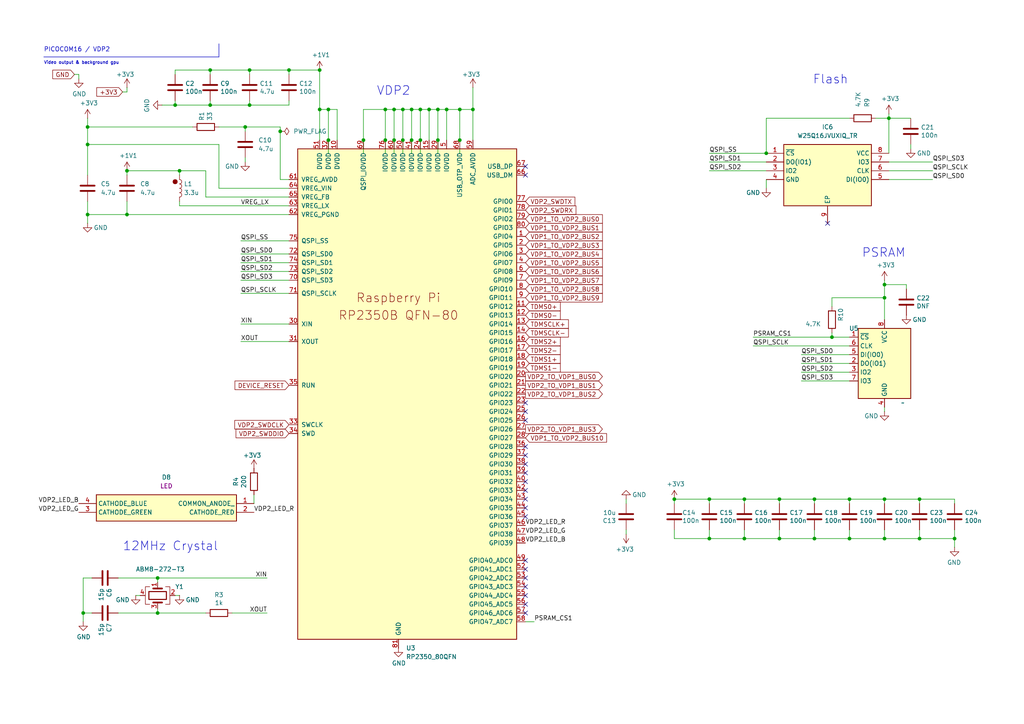
<source format=kicad_sch>
(kicad_sch (version 20231120) (generator "eeschema") (generator_version "8.0")
  (paper "A4")
  (lib_symbols
    (symbol "Device:C" (pin_numbers hide) (pin_names (offset 0.254))
      (property "Reference" "C" (at 0.635 2.54 0))
      (property "Value" "C" (at 0.635 -2.54 0))
      (symbol "C_0_1"
        (polyline (pts (xy -2.032 -0.762) (xy 2.032 -0.762)) (stroke (width 0.508)))
        (polyline (pts (xy -2.032 0.762) (xy 2.032 0.762)) (stroke (width 0.508)))
      )
      (symbol "C_1_1"
        (pin passive line (at 0 3.81 270) (length 2.794) (name "~") (number "1"))
        (pin passive line (at 0 -3.81 90) (length 2.794) (name "~") (number "2"))
      )
    )
    (symbol "Device:Crystal_GND24" (pin_names (offset 1.016) hide)
      (property "Reference" "Y" (at 3.175 5.08 0))
      (property "Value" "Crystal_GND24" (at 3.175 3.175 0))
      (symbol "Crystal_GND24_0_1"
        (rectangle (start -1.143 2.54) (end 1.143 -2.54) (stroke (width 0.3048)))
        (polyline (pts (xy -2.54 0) (xy -2.032 0)))
        (polyline (pts (xy -2.032 -1.27) (xy -2.032 1.27)) (stroke (width 0.508)))
        (polyline (pts (xy 0 -3.81) (xy 0 -3.556)))
        (polyline (pts (xy 0 3.556) (xy 0 3.81)))
        (polyline (pts (xy 2.032 -1.27) (xy 2.032 1.27)) (stroke (width 0.508)))
        (polyline (pts (xy 2.032 0) (xy 2.54 0)))
        (polyline (pts (xy -2.54 -2.286) (xy -2.54 -3.556) (xy 2.54 -3.556) (xy 2.54 -2.286)))
        (polyline (pts (xy -2.54 2.286) (xy -2.54 3.556) (xy 2.54 3.556) (xy 2.54 2.286)))
      )
      (symbol "Crystal_GND24_1_1"
        (pin passive line (at -3.81 0 0) (length 1.27) (name "1") (number "1"))
        (pin passive line (at 0 5.08 270) (length 1.27) (name "2") (number "2"))
        (pin passive line (at 3.81 0 180) (length 1.27) (name "3") (number "3"))
        (pin passive line (at 0 -5.08 90) (length 1.27) (name "4") (number "4"))
      )
    )
    (symbol "Device:L" (pin_numbers hide) (pin_names (offset 1.016) hide)
      (property "Reference" "L" (at -1.27 0 90))
      (property "Value" "L" (at 1.905 0 90))
      (symbol "L_0_1"
        (arc (start 0 -2.54) (mid 0.6323 -1.905) (end 0 -1.27))
        (arc (start 0 -1.27) (mid 0.6323 -0.635) (end 0 0))
        (arc (start 0 0) (mid 0.6323 0.635) (end 0 1.27))
        (arc (start 0 1.27) (mid 0.6323 1.905) (end 0 2.54))
      )
      (symbol "L_1_1"
        (pin passive line (at 0 3.81 270) (length 1.27) (name "1") (number "1"))
        (pin passive line (at 0 -3.81 90) (length 1.27) (name "2") (number "2"))
      )
    )
    (symbol "Device:R" (pin_numbers hide) (pin_names (offset 0))
      (property "Reference" "R" (at 2.032 0 90))
      (property "Value" "R" (at 0 0 90))
      (symbol "R_0_1"
        (rectangle (start -1.016 -2.54) (end 1.016 2.54) (stroke (width 0.254)))
      )
      (symbol "R_1_1"
        (pin passive line (at 0 3.81 270) (length 1.27) (name "~") (number "1"))
        (pin passive line (at 0 -3.81 90) (length 1.27) (name "~") (number "2"))
      )
    )
    (symbol "LRTBR48G-P9Q7-1+R7S5-26+NP-68:LRTBR48G-P9Q7-1+R7S5-26+NP-68"
      (property "Reference" "LED" (at 46.99 7.62 0))
      (property "Value" "LRTBR48G-P9Q7-1+R7S5-26+NP-68" (at 46.99 5.08 0))
      (symbol "LRTBR48G-P9Q7-1+R7S5-26+NP-68_1_1"
        (rectangle (start 5.08 2.54) (end 45.72 -5.08) (stroke (width 0.254)) (fill (type background)))
        (pin passive line (at 50.8 0 180) (length 5.08) (name "COMMON_ANODE_") (number "1"))
        (pin passive line (at 50.8 -2.54 180) (length 5.08) (name "CATHODE_RED") (number "2"))
        (pin passive line (at 0 -2.54 0) (length 5.08) (name "CATHODE_GREEN") (number "3"))
        (pin passive line (at 0 0 0) (length 5.08) (name "CATHODE_BLUE") (number "4"))
      )
    )
    (symbol "MCU_RaspberryPi_RP2350_2:RP2350_80QFN" (pin_names (offset 1.016))
      (property "Reference" "U" (at -29.21 49.53 0))
      (property "Value" "RP2350_80QFN" (at 25.4 -96.52 0))
      (symbol "RP2350_80QFN_0_0"
        (text "Raspberry Pi" (at 0 5.08 0) (effects (font (size 2.54 2.54))))
      )
      (symbol "RP2350_80QFN_0_1"
        (rectangle (start -29.21 48.26) (end 34.29 -93.98) (stroke (width 0.254)) (fill (type background)))
      )
      (symbol "RP2350_80QFN_1_0"
        (text "RP2350B QFN-80" (at 0 0 0) (effects (font (size 2.54 2.54))))
      )
      (symbol "RP2350_80QFN_1_1"
        (pin bidirectional line (at 36.83 22.86 180) (length 2.54) (name "GPIO4") (number "1"))
        (pin power_in line (at -17.78 50.8 270) (length 2.54) (name "DVDD") (number "10"))
        (pin bidirectional line (at 36.83 2.54 180) (length 2.54) (name "GPIO12") (number "11"))
        (pin bidirectional line (at 36.83 0 180) (length 2.54) (name "GPIO13") (number "12"))
        (pin bidirectional line (at 36.83 -2.54 180) (length 2.54) (name "GPIO14") (number "13"))
        (pin bidirectional line (at 36.83 -5.08 180) (length 2.54) (name "GPIO15") (number "14"))
        (pin power_in line (at 8.89 50.8 270) (length 2.54) (name "IOVDD") (number "15"))
        (pin bidirectional line (at 36.83 -7.62 180) (length 2.54) (name "GPIO16") (number "16"))
        (pin bidirectional line (at 36.83 -10.16 180) (length 2.54) (name "GPIO17") (number "17"))
        (pin bidirectional line (at 36.83 -12.7 180) (length 2.54) (name "GPIO18") (number "18"))
        (pin bidirectional line (at 36.83 -15.24 180) (length 2.54) (name "GPIO19") (number "19"))
        (pin bidirectional line (at 36.83 20.32 180) (length 2.54) (name "GPIO5") (number "2"))
        (pin bidirectional line (at 36.83 -17.78 180) (length 2.54) (name "GPIO20") (number "20"))
        (pin bidirectional line (at 36.83 -20.32 180) (length 2.54) (name "GPIO21") (number "21"))
        (pin bidirectional line (at 36.83 -22.86 180) (length 2.54) (name "GPIO22") (number "22"))
        (pin bidirectional line (at 36.83 -25.4 180) (length 2.54) (name "GPIO23") (number "23"))
        (pin power_in line (at 6.35 50.8 270) (length 2.54) (name "IOVDD") (number "24"))
        (pin bidirectional line (at 36.83 -27.94 180) (length 2.54) (name "GPIO24") (number "25"))
        (pin bidirectional line (at 36.83 -30.48 180) (length 2.54) (name "GPIO25") (number "26"))
        (pin bidirectional line (at 36.83 -33.02 180) (length 2.54) (name "GPIO26") (number "27"))
        (pin bidirectional line (at 36.83 -35.56 180) (length 2.54) (name "GPIO27") (number "28"))
        (pin power_in line (at 11.43 50.8 270) (length 2.54) (name "IOVDD") (number "29"))
        (pin bidirectional line (at 36.83 17.78 180) (length 2.54) (name "GPIO6") (number "3"))
        (pin input line (at -31.75 -2.54 0) (length 2.54) (name "XIN") (number "30"))
        (pin passive line (at -31.75 -7.62 0) (length 2.54) (name "XOUT") (number "31"))
        (pin power_in line (at -20.32 50.8 270) (length 2.54) (name "DVDD") (number "32"))
        (pin output line (at -31.75 -31.75 0) (length 2.54) (name "SWCLK") (number "33"))
        (pin bidirectional line (at -31.75 -34.29 0) (length 2.54) (name "SWD") (number "34"))
        (pin input line (at -31.75 -20.32 0) (length 2.54) (name "RUN") (number "35"))
        (pin bidirectional line (at 36.83 -38.1 180) (length 2.54) (name "GPIO28") (number "36"))
        (pin bidirectional line (at 36.83 -40.64 180) (length 2.54) (name "GPIO29") (number "37"))
        (pin bidirectional line (at 36.83 -43.18 180) (length 2.54) (name "GPIO30") (number "38"))
        (pin bidirectional line (at 36.83 -45.72 180) (length 2.54) (name "GPIO31") (number "39"))
        (pin bidirectional line (at 36.83 15.24 180) (length 2.54) (name "GPIO7") (number "4"))
        (pin bidirectional line (at 36.83 -48.26 180) (length 2.54) (name "GPIO32") (number "40"))
        (pin power_in line (at 3.81 50.8 270) (length 2.54) (name "IOVDD") (number "41"))
        (pin bidirectional line (at 36.83 -50.8 180) (length 2.54) (name "GPIO33") (number "42"))
        (pin bidirectional line (at 36.83 -53.34 180) (length 2.54) (name "GPIO34") (number "43"))
        (pin bidirectional line (at 36.83 -55.88 180) (length 2.54) (name "GPIO35") (number "44"))
        (pin bidirectional line (at 36.83 -58.42 180) (length 2.54) (name "GPIO36") (number "45"))
        (pin bidirectional line (at 36.83 -60.96 180) (length 2.54) (name "GPIO37") (number "46"))
        (pin bidirectional line (at 36.83 -63.5 180) (length 2.54) (name "GPIO38") (number "47"))
        (pin bidirectional line (at 36.83 -66.04 180) (length 2.54) (name "GPIO39") (number "48"))
        (pin bidirectional line (at 36.83 -71.12 180) (length 2.54) (name "GPIO40_ADC0") (number "49"))
        (pin power_in line (at 13.97 50.8 270) (length 2.54) (name "IOVDD") (number "5"))
        (pin power_in line (at 1.27 50.8 270) (length 2.54) (name "IOVDD") (number "50"))
        (pin power_in line (at -22.86 50.8 270) (length 2.54) (name "DVDD") (number "51"))
        (pin bidirectional line (at 36.83 -73.66 180) (length 2.54) (name "GPIO41_ADC1") (number "52"))
        (pin bidirectional line (at 36.83 -76.2 180) (length 2.54) (name "GPIO42_ADC2") (number "53"))
        (pin bidirectional line (at 36.83 -78.74 180) (length 2.54) (name "GPIO43_ADC3") (number "54"))
        (pin bidirectional line (at 36.83 -81.28 180) (length 2.54) (name "GPIO44_ADC4") (number "55"))
        (pin bidirectional line (at 36.83 -83.82 180) (length 2.54) (name "GPIO45_ADC5") (number "56"))
        (pin bidirectional line (at 36.83 -86.36 180) (length 2.54) (name "GPIO46_ADC6") (number "57"))
        (pin bidirectional line (at 36.83 -88.9 180) (length 2.54) (name "GPIO47_ADC7") (number "58"))
        (pin power_in line (at 21.59 50.8 270) (length 2.54) (name "ADC_AVDD") (number "59"))
        (pin bidirectional line (at 36.83 12.7 180) (length 2.54) (name "GPIO8") (number "6"))
        (pin power_in line (at -1.27 50.8 270) (length 2.54) (name "IOVDD") (number "60"))
        (pin power_in line (at -31.75 39.37 0) (length 2.54) (name "VREG_AVDD") (number "61"))
        (pin power_in line (at -31.75 29.21 0) (length 2.54) (name "VREG_PGND") (number "62"))
        (pin power_out line (at -31.75 31.75 0) (length 2.54) (name "VREG_LX") (number "63"))
        (pin power_in line (at -31.75 36.83 0) (length 2.54) (name "VREG_VIN") (number "64"))
        (pin input line (at -31.75 34.29 0) (length 2.54) (name "VREG_FB") (number "65"))
        (pin bidirectional line (at 36.83 40.64 180) (length 2.54) (name "USB_DM") (number "66"))
        (pin bidirectional line (at 36.83 43.18 180) (length 2.54) (name "USB_DP") (number "67"))
        (pin power_in line (at 17.78 50.8 270) (length 2.54) (name "USB_OTP_VDD") (number "68"))
        (pin power_in line (at -10.16 50.8 270) (length 2.54) (name "QSPI_IOVDD") (number "69"))
        (pin bidirectional line (at 36.83 10.16 180) (length 2.54) (name "GPIO9") (number "7"))
        (pin bidirectional line (at -31.75 10.16 0) (length 2.54) (name "QSPI_SD3") (number "70"))
        (pin output line (at -31.75 6.35 0) (length 2.54) (name "QSPI_SCLK") (number "71"))
        (pin bidirectional line (at -31.75 17.78 0) (length 2.54) (name "QSPI_SD0") (number "72"))
        (pin bidirectional line (at -31.75 12.7 0) (length 2.54) (name "QSPI_SD2") (number "73"))
        (pin bidirectional line (at -31.75 15.24 0) (length 2.54) (name "QSPI_SD1") (number "74"))
        (pin bidirectional line (at -31.75 21.59 0) (length 2.54) (name "QSPI_SS") (number "75"))
        (pin power_in line (at -3.81 50.8 270) (length 2.54) (name "IOVDD") (number "76"))
        (pin bidirectional line (at 36.83 33.02 180) (length 2.54) (name "GPIO0") (number "77"))
        (pin bidirectional line (at 36.83 30.48 180) (length 2.54) (name "GPIO1") (number "78"))
        (pin bidirectional line (at 36.83 27.94 180) (length 2.54) (name "GPIO2") (number "79"))
        (pin bidirectional line (at 36.83 7.62 180) (length 2.54) (name "GPIO10") (number "8"))
        (pin bidirectional line (at 36.83 25.4 180) (length 2.54) (name "GPIO3") (number "80"))
        (pin power_in line (at 0 -96.52 90) (length 2.54) (name "GND") (number "81"))
        (pin bidirectional line (at 36.83 5.08 180) (length 2.54) (name "GPIO11") (number "9"))
      )
    )
    (symbol "Memory_Flash:W25Q128JVS"
      (property "Reference" "U" (at -6.35 11.43 0))
      (property "Value" "W25Q128JVS" (at 7.62 11.43 0))
      (symbol "W25Q128JVS_0_1"
        (rectangle (start -7.62 10.16) (end 7.62 -10.16) (stroke (width 0.254)) (fill (type background)))
      )
      (symbol "W25Q128JVS_1_1"
        (pin input line (at -10.16 7.62 0) (length 2.54) (name "~{CS}") (number "1"))
        (pin bidirectional line (at -10.16 0 0) (length 2.54) (name "DO(IO1)") (number "2"))
        (pin bidirectional line (at -10.16 -2.54 0) (length 2.54) (name "IO2") (number "3"))
        (pin power_in line (at 0 -12.7 90) (length 2.54) (name "GND") (number "4"))
        (pin bidirectional line (at -10.16 2.54 0) (length 2.54) (name "DI(IO0)") (number "5"))
        (pin input line (at -10.16 5.08 0) (length 2.54) (name "CLK") (number "6"))
        (pin bidirectional line (at -10.16 -5.08 0) (length 2.54) (name "IO3") (number "7"))
        (pin power_in line (at 0 12.7 270) (length 2.54) (name "VCC") (number "8"))
      )
    )
    (symbol "W25Q16JVUXIQ_TR:W25Q16JVUXIQ_TR"
      (property "Reference" "IC" (at 31.75 7.62 0))
      (property "Value" "W25Q16JVUXIQ_TR" (at 31.75 5.08 0))
      (symbol "W25Q16JVUXIQ_TR_1_1"
        (rectangle (start 5.08 2.54) (end 30.48 -15.24) (stroke (width 0.254)) (fill (type background)))
        (pin passive line (at 0 0 0) (length 5.08) (name "~{CS}") (number "1"))
        (pin passive line (at 0 -2.54 0) (length 5.08) (name "DO(IO1)") (number "2"))
        (pin passive line (at 0 -5.08 0) (length 5.08) (name "IO2") (number "3"))
        (pin passive line (at 0 -7.62 0) (length 5.08) (name "GND") (number "4"))
        (pin passive line (at 35.56 -7.62 180) (length 5.08) (name "DI(IO0)") (number "5"))
        (pin passive line (at 35.56 -5.08 180) (length 5.08) (name "CLK") (number "6"))
        (pin passive line (at 35.56 -2.54 180) (length 5.08) (name "IO3") (number "7"))
        (pin passive line (at 35.56 0 180) (length 5.08) (name "VCC") (number "8"))
        (pin passive line (at 17.78 -20.32 90) (length 5.08) (name "EP") (number "9"))
      )
    )
    (symbol "power:+1V1" (power) (pin_numbers hide) (pin_names (offset 0) hide)
      (property "Value" "+1V1" (at 0 3.556 0))
      (symbol "+1V1_0_1"
        (polyline (pts (xy -0.762 1.27) (xy 0 2.54)))
        (polyline (pts (xy 0 0) (xy 0 2.54)))
        (polyline (pts (xy 0 2.54) (xy 0.762 1.27)))
      )
      (symbol "+1V1_1_1"
        (pin power_in line (at 0 0 90) (length 0) (name "~") (number "1"))
      )
    )
    (symbol "power:+3V3" (power) (pin_numbers hide) (pin_names (offset 0) hide)
      (property "Value" "+3V3" (at 0 3.556 0))
      (symbol "+3V3_0_1"
        (polyline (pts (xy -0.762 1.27) (xy 0 2.54)))
        (polyline (pts (xy 0 0) (xy 0 2.54)))
        (polyline (pts (xy 0 2.54) (xy 0.762 1.27)))
      )
      (symbol "+3V3_1_1"
        (pin power_in line (at 0 0 90) (length 0) (name "~") (number "1"))
      )
    )
    (symbol "power:GND" (power) (pin_numbers hide) (pin_names (offset 0) hide)
      (property "Value" "GND" (at 0 -3.81 0))
      (symbol "GND_0_1"
        (polyline (pts (xy 0 0) (xy 0 -1.27) (xy 1.27 -1.27) (xy 0 -2.54) (xy -1.27 -1.27) (xy 0 -1.27)))
      )
      (symbol "GND_1_1"
        (pin power_in line (at 0 0 270) (length 0) (name "~") (number "1"))
      )
    )
    (symbol "power:PWR_FLAG" (power) (pin_numbers hide) (pin_names (offset 0) hide)
      (property "Value" "PWR_FLAG" (at 0 3.81 0))
      (symbol "PWR_FLAG_0_0"
        (pin power_out line (at 0 0 90) (length 0) (name "~") (number "1"))
      )
      (symbol "PWR_FLAG_0_1"
        (polyline (pts (xy 0 0) (xy 0 1.27) (xy -1.016 1.905) (xy 0 2.54) (xy 1.016 1.905) (xy 0 1.27)))
      )
    )
  )
  (junction (at 116.84 40.64))
  (junction (at 92.71 31.75))
  (junction (at 60.96 30.48))
  (junction (at 95.25 40.64))
  (junction (at 236.22 144.78))
  (junction (at 24.13 177.8))
  (junction (at 129.54 31.75))
  (junction (at 105.41 40.64))
  (junction (at 83.82 20.32))
  (junction (at 52.07 49.53))
  (junction (at 25.4 36.83))
  (junction (at 95.25 31.75))
  (junction (at 111.76 31.75))
  (junction (at 127 40.64))
  (junction (at 45.72 167.64))
  (junction (at 257.81 34.29))
  (junction (at 127 31.75))
  (junction (at 205.74 156.21))
  (junction (at 119.38 31.75))
  (junction (at 205.74 144.78))
  (junction (at 266.7 144.78))
  (junction (at 276.86 156.21))
  (junction (at 256.54 156.21))
  (junction (at 256.54 82.55))
  (junction (at 215.9 144.78))
  (junction (at 121.92 40.64))
  (junction (at 226.06 156.21))
  (junction (at 236.22 156.21))
  (junction (at 133.35 31.75))
  (junction (at 111.76 40.64))
  (junction (at 256.54 144.78))
  (junction (at 119.38 40.64))
  (junction (at 116.84 31.75))
  (junction (at 72.39 30.48))
  (junction (at 72.39 20.32))
  (junction (at 121.92 31.75))
  (junction (at 246.38 156.21))
  (junction (at 36.83 62.23))
  (junction (at 133.35 40.64))
  (junction (at 137.16 31.75))
  (junction (at 215.9 156.21))
  (junction (at 25.4 41.91))
  (junction (at 226.06 144.78))
  (junction (at 25.4 62.23))
  (junction (at 241.3 97.79))
  (junction (at 50.8 30.48))
  (junction (at 195.58 144.78))
  (junction (at 266.7 156.21))
  (junction (at 71.12 36.83))
  (junction (at 246.38 144.78))
  (junction (at 124.46 31.75))
  (junction (at 256.54 86.36))
  (junction (at 45.72 177.8))
  (junction (at 114.3 40.64))
  (junction (at 60.96 20.32))
  (junction (at 36.83 49.53))
  (junction (at 92.71 20.32))
  (junction (at 222.25 44.45))
  (junction (at 114.3 31.75))
  (junction (at 81.28 38.1))
  (no_connect (at 152.4 170.18))
  (no_connect (at 152.4 177.8))
  (no_connect (at 152.4 129.54))
  (no_connect (at 152.4 121.92))
  (no_connect (at 240.03 64.77))
  (no_connect (at 152.4 48.26))
  (no_connect (at 152.4 134.62))
  (no_connect (at 152.4 165.1))
  (no_connect (at 152.4 172.72))
  (no_connect (at 152.4 162.56))
  (no_connect (at 152.4 149.86))
  (no_connect (at 152.4 50.8))
  (no_connect (at 152.4 175.26))
  (no_connect (at 152.4 167.64))
  (no_connect (at 152.4 119.38))
  (no_connect (at 152.4 137.16))
  (no_connect (at 152.4 142.24))
  (no_connect (at 152.4 116.84))
  (no_connect (at 152.4 139.7))
  (no_connect (at 152.4 147.32))
  (no_connect (at 152.4 144.78))
  (no_connect (at 152.4 132.08))
  (wire (pts (xy 116.84 40.64) (xy 116.84 44.45)))
  (wire (pts (xy 25.4 62.23) (xy 25.4 64.77)))
  (wire (pts (xy 226.06 156.21) (xy 236.22 156.21)))
  (wire (pts (xy 119.38 31.75) (xy 121.92 31.75)))
  (wire (pts (xy 83.82 30.48) (xy 83.82 29.21)))
  (wire (pts (xy 226.06 144.78) (xy 236.22 144.78)))
  (wire (pts (xy 105.41 31.75) (xy 111.76 31.75)))
  (wire (pts (xy 97.79 31.75) (xy 97.79 40.64)))
  (wire (pts (xy 50.8 21.59) (xy 50.8 20.32)))
  (wire (pts (xy 276.86 156.21) (xy 276.86 158.75)))
  (wire (pts (xy 92.71 31.75) (xy 92.71 40.64)))
  (wire (pts (xy 127 31.75) (xy 127 40.64)))
  (wire (pts (xy 52.07 59.69) (xy 52.07 58.42)))
  (wire (pts (xy 195.58 144.78) (xy 205.74 144.78)))
  (wire (pts (xy 50.8 20.32) (xy 60.96 20.32)))
  (wire (pts (xy 114.3 31.75) (xy 114.3 40.64)))
  (wire (pts (xy 26.67 177.8) (xy 24.13 177.8)))
  (wire (pts (xy 34.29 167.64) (xy 45.72 167.64)))
  (wire (pts (xy 218.44 97.79) (xy 241.3 97.79)))
  (wire (pts (xy 95.25 31.75) (xy 92.71 31.75)))
  (wire (pts (xy 67.31 177.8) (xy 77.47 177.8)))
  (wire (pts (xy 205.74 144.78) (xy 215.9 144.78)))
  (wire (pts (xy 232.41 107.95) (xy 246.38 107.95)))
  (wire (pts (xy 256.54 82.55) (xy 256.54 86.36)))
  (wire (pts (xy 264.16 34.29) (xy 257.81 34.29)))
  (wire (pts (xy 129.54 31.75) (xy 129.54 40.64)))
  (wire (pts (xy 270.51 52.07) (xy 257.81 52.07)))
  (wire (pts (xy 137.16 25.4) (xy 137.16 31.75)))
  (wire (pts (xy 256.54 146.05) (xy 256.54 144.78)))
  (wire (pts (xy 22.86 21.59) (xy 21.59 21.59)))
  (wire (pts (xy 45.72 167.64) (xy 77.47 167.64)))
  (wire (pts (xy 119.38 31.75) (xy 119.38 40.64)))
  (wire (pts (xy 69.85 73.66) (xy 83.82 73.66)))
  (wire (pts (xy 246.38 34.29) (xy 222.25 34.29)))
  (wire (pts (xy 60.96 30.48) (xy 72.39 30.48)))
  (wire (pts (xy 22.86 21.59) (xy 22.86 22.86)))
  (wire (pts (xy 25.4 41.91) (xy 25.4 50.8)))
  (wire (pts (xy 73.66 143.51) (xy 73.66 146.05)))
  (wire (pts (xy 121.92 31.75) (xy 121.92 40.64)))
  (wire (pts (xy 36.83 50.8) (xy 36.83 49.53)))
  (wire (pts (xy 254 34.29) (xy 257.81 34.29)))
  (wire (pts (xy 256.54 144.78) (xy 266.7 144.78)))
  (wire (pts (xy 124.46 31.75) (xy 127 31.75)))
  (wire (pts (xy 246.38 146.05) (xy 246.38 144.78)))
  (wire (pts (xy 114.3 40.64) (xy 114.3 44.45)))
  (wire (pts (xy 46.99 30.48) (xy 50.8 30.48)))
  (wire (pts (xy 246.38 156.21) (xy 256.54 156.21)))
  (wire (pts (xy 270.51 46.99) (xy 257.81 46.99)))
  (wire (pts (xy 71.12 36.83) (xy 71.12 38.1)))
  (wire (pts (xy 266.7 156.21) (xy 276.86 156.21)))
  (wire (pts (xy 133.35 31.75) (xy 133.35 40.64)))
  (wire (pts (xy 111.76 40.64) (xy 111.76 44.45)))
  (wire (pts (xy 52.07 59.69) (xy 83.82 59.69)))
  (wire (pts (xy 116.84 31.75) (xy 119.38 31.75)))
  (wire (pts (xy 72.39 30.48) (xy 83.82 30.48)))
  (wire (pts (xy 236.22 144.78) (xy 246.38 144.78)))
  (wire (pts (xy 195.58 153.67) (xy 195.58 156.21)))
  (wire (pts (xy 50.8 30.48) (xy 60.96 30.48)))
  (wire (pts (xy 24.13 167.64) (xy 24.13 177.8)))
  (wire (pts (xy 276.86 146.05) (xy 276.86 144.78)))
  (wire (pts (xy 127 40.64) (xy 127 44.45)))
  (wire (pts (xy 59.69 57.15) (xy 59.69 49.53)))
  (wire (pts (xy 92.71 20.32) (xy 92.71 31.75)))
  (wire (pts (xy 129.54 31.75) (xy 133.35 31.75)))
  (wire (pts (xy 137.16 31.75) (xy 137.16 40.64)))
  (wire (pts (xy 226.06 153.67) (xy 226.06 156.21)))
  (wire (pts (xy 226.06 146.05) (xy 226.06 144.78)))
  (wire (pts (xy 69.85 93.98) (xy 83.82 93.98)))
  (wire (pts (xy 81.28 52.07) (xy 83.82 52.07)))
  (wire (pts (xy 52.07 49.53) (xy 52.07 50.8)))
  (wire (pts (xy 266.7 144.78) (xy 276.86 144.78)))
  (wire (pts (xy 262.89 82.55) (xy 256.54 82.55)))
  (wire (pts (xy 121.92 31.75) (xy 124.46 31.75)))
  (wire (pts (xy 25.4 36.83) (xy 55.88 36.83)))
  (wire (pts (xy 256.54 153.67) (xy 256.54 156.21)))
  (wire (pts (xy 69.85 81.28) (xy 83.82 81.28)))
  (wire (pts (xy 205.74 153.67) (xy 205.74 156.21)))
  (wire (pts (xy 236.22 156.21) (xy 246.38 156.21)))
  (wire (pts (xy 154.94 180.34) (xy 152.4 180.34)))
  (wire (pts (xy 83.82 21.59) (xy 83.82 20.32)))
  (wire (pts (xy 25.4 36.83) (xy 25.4 41.91)))
  (wire (pts (xy 181.61 146.05) (xy 181.61 144.78)))
  (wire (pts (xy 119.38 40.64) (xy 119.38 44.45)))
  (wire (pts (xy 270.51 49.53) (xy 257.81 49.53)))
  (polyline (pts (xy 63.5 12.7) (xy 63.5 16.51)))
  (wire (pts (xy 205.74 46.99) (xy 222.25 46.99)))
  (wire (pts (xy 241.3 88.9) (xy 241.3 86.36)))
  (wire (pts (xy 36.83 25.4) (xy 36.83 26.67)))
  (wire (pts (xy 95.25 31.75) (xy 97.79 31.75)))
  (wire (pts (xy 241.3 96.52) (xy 241.3 97.79)))
  (wire (pts (xy 59.69 49.53) (xy 52.07 49.53)))
  (wire (pts (xy 257.81 33.02) (xy 257.81 34.29)))
  (wire (pts (xy 50.8 29.21) (xy 50.8 30.48)))
  (wire (pts (xy 60.96 21.59) (xy 60.96 20.32)))
  (wire (pts (xy 60.96 29.21) (xy 60.96 30.48)))
  (wire (pts (xy 257.81 34.29) (xy 257.81 44.45)))
  (wire (pts (xy 256.54 156.21) (xy 266.7 156.21)))
  (wire (pts (xy 111.76 31.75) (xy 114.3 31.75)))
  (wire (pts (xy 63.5 54.61) (xy 83.82 54.61)))
  (wire (pts (xy 36.83 58.42) (xy 36.83 62.23)))
  (wire (pts (xy 232.41 105.41) (xy 246.38 105.41)))
  (polyline (pts (xy 12.7 16.51) (xy 63.5 16.51)))
  (wire (pts (xy 205.74 146.05) (xy 205.74 144.78)))
  (wire (pts (xy 36.83 26.67) (xy 35.56 26.67)))
  (wire (pts (xy 256.54 86.36) (xy 256.54 92.71)))
  (wire (pts (xy 215.9 153.67) (xy 215.9 156.21)))
  (wire (pts (xy 236.22 146.05) (xy 236.22 144.78)))
  (wire (pts (xy 34.29 177.8) (xy 45.72 177.8)))
  (wire (pts (xy 72.39 29.21) (xy 72.39 30.48)))
  (wire (pts (xy 215.9 146.05) (xy 215.9 144.78)))
  (wire (pts (xy 205.74 156.21) (xy 195.58 156.21)))
  (wire (pts (xy 256.54 81.28) (xy 256.54 82.55)))
  (wire (pts (xy 236.22 153.67) (xy 236.22 156.21)))
  (wire (pts (xy 205.74 49.53) (xy 222.25 49.53)))
  (wire (pts (xy 241.3 86.36) (xy 256.54 86.36)))
  (wire (pts (xy 256.54 119.38) (xy 256.54 118.11)))
  (wire (pts (xy 95.25 40.64) (xy 95.25 44.45)))
  (wire (pts (xy 45.72 177.8) (xy 59.69 177.8)))
  (wire (pts (xy 246.38 144.78) (xy 256.54 144.78)))
  (wire (pts (xy 36.83 62.23) (xy 83.82 62.23)))
  (wire (pts (xy 36.83 49.53) (xy 52.07 49.53)))
  (wire (pts (xy 71.12 46.99) (xy 71.12 45.72)))
  (wire (pts (xy 63.5 41.91) (xy 63.5 54.61)))
  (wire (pts (xy 133.35 31.75) (xy 137.16 31.75)))
  (wire (pts (xy 60.96 20.32) (xy 72.39 20.32)))
  (wire (pts (xy 266.7 146.05) (xy 266.7 144.78)))
  (wire (pts (xy 83.82 57.15) (xy 59.69 57.15)))
  (wire (pts (xy 83.82 20.32) (xy 92.71 20.32)))
  (wire (pts (xy 105.41 31.75) (xy 105.41 40.64)))
  (wire (pts (xy 50.8 172.72) (xy 52.07 172.72)))
  (wire (pts (xy 81.28 38.1) (xy 81.28 52.07)))
  (wire (pts (xy 63.5 36.83) (xy 71.12 36.83)))
  (wire (pts (xy 83.82 85.09) (xy 69.85 85.09)))
  (wire (pts (xy 205.74 156.21) (xy 215.9 156.21)))
  (wire (pts (xy 69.85 78.74) (xy 83.82 78.74)))
  (wire (pts (xy 264.16 41.91) (xy 264.16 43.18)))
  (wire (pts (xy 72.39 21.59) (xy 72.39 20.32)))
  (wire (pts (xy 246.38 153.67) (xy 246.38 156.21)))
  (wire (pts (xy 72.39 20.32) (xy 83.82 20.32)))
  (wire (pts (xy 111.76 31.75) (xy 111.76 40.64)))
  (wire (pts (xy 133.35 40.64) (xy 133.35 44.45)))
  (wire (pts (xy 71.12 36.83) (xy 81.28 36.83)))
  (wire (pts (xy 25.4 62.23) (xy 36.83 62.23)))
  (wire (pts (xy 276.86 153.67) (xy 276.86 156.21)))
  (wire (pts (xy 69.85 76.2) (xy 83.82 76.2)))
  (wire (pts (xy 262.89 83.82) (xy 262.89 82.55)))
  (wire (pts (xy 25.4 41.91) (xy 63.5 41.91)))
  (wire (pts (xy 121.92 40.64) (xy 121.92 44.45)))
  (wire (pts (xy 124.46 31.75) (xy 124.46 40.64)))
  (wire (pts (xy 266.7 153.67) (xy 266.7 156.21)))
  (wire (pts (xy 232.41 102.87) (xy 246.38 102.87)))
  (wire (pts (xy 246.38 110.49) (xy 232.41 110.49)))
  (wire (pts (xy 181.61 154.94) (xy 181.61 153.67)))
  (wire (pts (xy 218.44 100.33) (xy 246.38 100.33)))
  (wire (pts (xy 81.28 36.83) (xy 81.28 38.1)))
  (wire (pts (xy 95.25 31.75) (xy 95.25 40.64)))
  (wire (pts (xy 127 31.75) (xy 129.54 31.75)))
  (wire (pts (xy 26.67 167.64) (xy 24.13 167.64)))
  (wire (pts (xy 39.37 172.72) (xy 40.64 172.72)))
  (wire (pts (xy 45.72 176.53) (xy 45.72 177.8)))
  (wire (pts (xy 105.41 40.64) (xy 105.41 44.45)))
  (wire (pts (xy 24.13 177.8) (xy 24.13 180.34)))
  (wire (pts (xy 222.25 54.61) (xy 222.25 52.07)))
  (wire (pts (xy 215.9 156.21) (xy 226.06 156.21)))
  (wire (pts (xy 205.74 44.45) (xy 222.25 44.45)))
  (wire (pts (xy 45.72 168.91) (xy 45.72 167.64)))
  (wire (pts (xy 25.4 34.29) (xy 25.4 36.83)))
  (wire (pts (xy 25.4 58.42) (xy 25.4 62.23)))
  (wire (pts (xy 215.9 144.78) (xy 226.06 144.78)))
  (wire (pts (xy 241.3 97.79) (xy 246.38 97.79)))
  (wire (pts (xy 83.82 99.06) (xy 69.85 99.06)))
  (wire (pts (xy 116.84 31.75) (xy 116.84 40.64)))
  (wire (pts (xy 222.25 34.29) (xy 222.25 44.45)))
  (wire (pts (xy 195.58 146.05) (xy 195.58 144.78)))
  (wire (pts (xy 114.3 31.75) (xy 116.84 31.75)))
  (wire (pts (xy 69.85 69.85) (xy 83.82 69.85)))
  (circle (center 50.8 52.705) (radius 0.635) (stroke (width 0) (color 132 0 0 1)) (fill (type color) (color 132 0 0 1)))
  (text "PSRAM" (at 249.936 74.93 0) (effects (font (size 2.54 2.54)) (justify left bottom)))
  (text "Flash" (at 235.712 24.638 0) (effects (font (size 2.54 2.54)) (justify left bottom)))
  (text "VDP2" (at 109.22 27.94 0) (effects (font (size 2.54 2.54)) (justify left bottom)))
  (text "12MHz Crystal" (at 35.56 160.02 0) (effects (font (size 2.54 2.54)) (justify left bottom)))
  (text "PICOCOM16 / VDP2" (at 12.7 14.478 0) (effects (font (size 1.27 1.27)) (justify left)))
  (text "Video output & background gpu" (at 12.7 18.288 0) (effects (font (size 0.889 0.889)) (justify left)))
  (label "XIN" (at 69.85 93.98 0))
  (label "XOUT" (at 69.85 99.06 0))
  (label "QSPI_SD0" (at 232.41 102.87 0))
  (label "QSPI_SD2" (at 232.41 107.95 0))
  (label "PSRAM_CS1" (at 154.94 180.34 0))
  (label "VDP2_LED_B" (at 22.86 146.05 180))
  (label "QSPI_SD1" (at 232.41 105.41 0))
  (label "QSPI_SD2" (at 69.85 78.74 0))
  (label "QSPI_SD0" (at 270.51 52.07 0))
  (label "QSPI_SD3" (at 232.41 110.49 0))
  (label "VDP2_LED_R" (at 152.4 152.4 0))
  (label "QSPI_SD3" (at 69.85 81.28 0))
  (label "VDP2_LED_B" (at 152.4 157.48 0))
  (label "QSPI_SCLK" (at 218.44 100.33 0))
  (label "QSPI_SD0" (at 69.85 73.66 0))
  (label "VDP2_LED_R" (at 73.66 148.59 0))
  (label "VREG_LX" (at 69.85 59.69 0))
  (label "QSPI_SCLK" (at 270.51 49.53 0))
  (label "QSPI_SD2" (at 205.74 49.53 0))
  (label "QSPI_SD3" (at 270.51 46.99 0))
  (label "QSPI_SD1" (at 69.85 76.2 0))
  (label "QSPI_SD1" (at 205.74 46.99 0))
  (label "VDP2_LED_G" (at 22.86 148.59 180))
  (label "PSRAM_CS1" (at 218.44 97.79 0))
  (label "XIN" (at 77.47 167.64 180))
  (label "XOUT" (at 77.47 177.8 180))
  (label "QSPI_SS" (at 69.85 69.85 0))
  (label "QSPI_SCLK" (at 69.85 85.09 0))
  (label "QSPI_SS" (at 205.74 44.45 0))
  (label "VDP2_LED_G" (at 152.4 154.94 0))
  (global_label "+3V3" (shape input) (at 35.56 26.67 180) (property "Intersheetrefs" "${INTERSHEET_REFS}" (effects (hide yes))))
  (global_label "VDP1_TO_VDP2_BUS9" (shape input) (at 152.4 86.36 0) (property "Intersheetrefs" "${INTERSHEET_REFS}" (effects (hide yes))))
  (global_label "VDP2_TO_VDP1_BUS0" (shape output) (at 152.4 109.22 0) (property "Intersheetrefs" "${INTERSHEET_REFS}" (effects (hide yes))))
  (global_label "TDMS2-" (shape input) (at 152.4 101.6 0) (property "Intersheetrefs" "${INTERSHEET_REFS}" (effects (hide yes))))
  (global_label "VDP1_TO_VDP2_BUS0" (shape input) (at 152.4 63.5 0) (property "Intersheetrefs" "${INTERSHEET_REFS}" (effects (hide yes))))
  (global_label "VDP1_TO_VDP2_BUS4" (shape input) (at 152.4 73.66 0) (property "Intersheetrefs" "${INTERSHEET_REFS}" (effects (hide yes))))
  (global_label "VDP1_TO_VDP2_BUS1" (shape input) (at 152.4 66.04 0) (property "Intersheetrefs" "${INTERSHEET_REFS}" (effects (hide yes))))
  (global_label "VDP2_TO_VDP1_BUS2" (shape output) (at 152.4 114.3 0) (property "Intersheetrefs" "${INTERSHEET_REFS}" (effects (hide yes))))
  (global_label "TDMS2+" (shape input) (at 152.4 99.06 0) (property "Intersheetrefs" "${INTERSHEET_REFS}" (effects (hide yes))))
  (global_label "GND" (shape input) (at 21.59 21.59 180) (property "Intersheetrefs" "${INTERSHEET_REFS}" (effects (hide yes))))
  (global_label "VDP2_SWDCLK" (shape input) (at 83.82 123.19 180) (property "Intersheetrefs" "${INTERSHEET_REFS}" (effects (hide yes))))
  (global_label "VDP1_TO_VDP2_BUS10" (shape input) (at 152.4 127 0) (property "Intersheetrefs" "${INTERSHEET_REFS}" (effects (hide yes))))
  (global_label "VDP1_TO_VDP2_BUS8" (shape input) (at 152.4 83.82 0) (property "Intersheetrefs" "${INTERSHEET_REFS}" (effects (hide yes))))
  (global_label "VDP1_TO_VDP2_BUS2" (shape input) (at 152.4 68.58 0) (property "Intersheetrefs" "${INTERSHEET_REFS}" (effects (hide yes))))
  (global_label "VDP1_TO_VDP2_BUS5" (shape input) (at 152.4 76.2 0) (property "Intersheetrefs" "${INTERSHEET_REFS}" (effects (hide yes))))
  (global_label "TDMS0-" (shape input) (at 152.4 91.44 0) (property "Intersheetrefs" "${INTERSHEET_REFS}" (effects (hide yes))))
  (global_label "TDMS0+" (shape input) (at 152.4 88.9 0) (property "Intersheetrefs" "${INTERSHEET_REFS}" (effects (hide yes))))
  (global_label "VDP2_TO_VDP1_BUS3" (shape output) (at 152.4 124.46 0) (property "Intersheetrefs" "${INTERSHEET_REFS}" (effects (hide yes))))
  (global_label "VDP1_TO_VDP2_BUS3" (shape input) (at 152.4 71.12 0) (property "Intersheetrefs" "${INTERSHEET_REFS}" (effects (hide yes))))
  (global_label "VDP1_TO_VDP2_BUS6" (shape input) (at 152.4 78.74 0) (property "Intersheetrefs" "${INTERSHEET_REFS}" (effects (hide yes))))
  (global_label "VDP2_SWDRX" (shape input) (at 152.4 60.96 0) (property "Intersheetrefs" "${INTERSHEET_REFS}" (effects (hide yes))))
  (global_label "VDP1_TO_VDP2_BUS7" (shape input) (at 152.4 81.28 0) (property "Intersheetrefs" "${INTERSHEET_REFS}" (effects (hide yes))))
  (global_label "TDMS1-" (shape input) (at 152.4 106.68 0) (property "Intersheetrefs" "${INTERSHEET_REFS}" (effects (hide yes))))
  (global_label "VDP2_SWDTX" (shape input) (at 152.4 58.42 0) (property "Intersheetrefs" "${INTERSHEET_REFS}" (effects (hide yes))))
  (global_label "TDMS1+" (shape input) (at 152.4 104.14 0) (property "Intersheetrefs" "${INTERSHEET_REFS}" (effects (hide yes))))
  (global_label "DEVICE_RESET" (shape input) (at 83.82 111.76 180) (property "Intersheetrefs" "${INTERSHEET_REFS}" (effects (hide yes))))
  (global_label "VDP2_TO_VDP1_BUS1" (shape output) (at 152.4 111.76 0) (property "Intersheetrefs" "${INTERSHEET_REFS}" (effects (hide yes))))
  (global_label "TDMSCLK-" (shape input) (at 152.4 96.52 0) (property "Intersheetrefs" "${INTERSHEET_REFS}" (effects (hide yes))))
  (global_label "VDP2_SWDDIO" (shape input) (at 83.82 125.73 180) (property "Intersheetrefs" "${INTERSHEET_REFS}" (effects (hide yes))))
  (global_label "TDMSCLK+" (shape input) (at 152.4 93.98 0) (property "Intersheetrefs" "${INTERSHEET_REFS}" (effects (hide yes))))
  (symbol (lib_id "Device:C") (at 60.96 25.4 0) (unit 1)
    (property "Reference" "C9" (at 63.881 24.2316 0) (effects (justify left)))
    (property "Value" "100n" (at 63.881 26.543 0) (effects (justify left)))
    (property "Footprint" "Capacitor_SMD:C_0402_1005Metric" (effects (hide yes)))
    (property "Description" "Unpolarized capacitor" (effects (hide yes)))
  )
  (symbol (lib_id "Device:R") (at 73.66 139.7 0) (unit 1)
    (property "Reference" "R4" (at 68.4022 139.7 90))
    (property "Value" "200" (at 70.7136 139.7 90))
    (property "Footprint" "Resistor_SMD:R_0402_1005Metric" (effects (hide yes)))
    (property "Description" "Resistor" (effects (hide yes)))
  )
  (symbol (lib_id "Device:C") (at 264.16 38.1 0) (unit 1)
    (property "Reference" "C21" (at 267.081 36.9316 0) (effects (justify left)))
    (property "Value" "100n" (at 267.081 39.243 0) (effects (justify left)))
    (property "Footprint" "Capacitor_SMD:C_0402_1005Metric" (effects (hide yes)))
    (property "Description" "Unpolarized capacitor" (effects (hide yes)))
  )
  (symbol (lib_id "Device:C") (at 50.8 25.4 0) (unit 1)
    (property "Reference" "C2" (at 53.721 24.2316 0) (effects (justify left)))
    (property "Value" "100n" (at 53.721 26.543 0) (effects (justify left)))
    (property "Footprint" "Capacitor_SMD:C_0402_1005Metric" (effects (hide yes)))
    (property "Description" "Unpolarized capacitor" (effects (hide yes)))
  )
  (symbol (lib_id "power:GND") (at 39.37 172.72 0) (unit 1)
    (property "Reference" "#PWR031" (effects (hide yes)))
    (property "Value" "GND" (at 35.56 173.99 0))
    (property "Description" "Power symbol creates a global label with name \"GND\" , ground" (effects (hide yes)))
  )
  (symbol (lib_id "power:+3V3") (at 36.83 25.4 0) (unit 1)
    (property "Reference" "#PWR033" (effects (hide yes)))
    (property "Value" "+3V3" (at 36.322 21.59 0))
    (property "Description" "Power symbol creates a global label with name \"+3V3\"" (effects (hide yes)))
  )
  (symbol (lib_id "power:+3V3") (at 257.81 33.02 0) (unit 1)
    (property "Reference" "#PWR047" (effects (hide yes)))
    (property "Value" "+3V3" (at 258.191 28.6258 0))
    (property "Description" "Power symbol creates a global label with name \"+3V3\"" (effects (hide yes)))
  )
  (symbol (lib_id "Device:C") (at 266.7 149.86 0) (unit 1)
    (property "Reference" "C23" (at 269.621 148.6916 0) (effects (justify left)))
    (property "Value" "100n" (at 269.621 151.003 0) (effects (justify left)))
    (property "Footprint" "Capacitor_SMD:C_0402_1005Metric" (effects (hide yes)))
    (property "Description" "Unpolarized capacitor" (effects (hide yes)))
  )
  (symbol (lib_id "Device:C") (at 215.9 149.86 0) (unit 1)
    (property "Reference" "C16" (at 218.821 148.6916 0) (effects (justify left)))
    (property "Value" "100n" (at 218.821 151.003 0) (effects (justify left)))
    (property "Footprint" "Capacitor_SMD:C_0402_1005Metric" (effects (hide yes)))
    (property "Description" "Unpolarized capacitor" (effects (hide yes)))
  )
  (symbol (lib_id "power:+3V3") (at 181.61 154.94 180) (unit 1)
    (property "Reference" "#PWR042" (effects (hide yes)))
    (property "Value" "+3V3" (at 181.229 159.3342 0))
    (property "Description" "Power symbol creates a global label with name \"+3V3\"" (effects (hide yes)))
  )
  (symbol (lib_id "power:+3V3") (at 137.16 25.4 0) (unit 1)
    (property "Reference" "#PWR040" (effects (hide yes)))
    (property "Value" "+3V3" (at 136.652 21.59 0))
    (property "Description" "Power symbol creates a global label with name \"+3V3\"" (effects (hide yes)))
  )
  (symbol (lib_id "power:+3V3") (at 25.4 34.29 0) (unit 1)
    (property "Reference" "#PWR027" (effects (hide yes)))
    (property "Value" "+3V3" (at 25.781 29.8958 0))
    (property "Description" "Power symbol creates a global label with name \"+3V3\"" (effects (hide yes)))
  )
  (symbol (lib_id "Device:R") (at 63.5 177.8 270) (unit 1)
    (property "Reference" "R3" (at 63.5 172.5422 90))
    (property "Value" "1k" (at 63.5 174.8536 90))
    (property "Footprint" "Resistor_SMD:R_0402_1005Metric" (effects (hide yes)))
    (property "Description" "Resistor" (effects (hide yes)))
  )
  (symbol (lib_id "Device:Crystal_GND24") (at 45.72 172.72 270) (unit 1)
    (property "Reference" "Y1" (at 50.8 170.18 90) (effects (justify left)))
    (property "Value" "ABM8-272-T3" (at 39.37 165.1 90) (effects (justify left)))
    (property "Footprint" "lib:ABM8272T3" (effects (hide yes)))
    (property "Description" "Four pin crystal, GND on pins 2 and 4" (effects (hide yes)))
    (property "#mfr" "ABM8-272-T3" (effects (hide yes)))
  )
  (symbol (lib_id "power:GND") (at 264.16 43.18 0) (unit 1)
    (property "Reference" "#PWR050" (effects (hide yes)))
    (property "Value" "GND" (at 267.97 44.45 0))
    (property "Description" "Power symbol creates a global label with name \"GND\" , ground" (effects (hide yes)))
  )
  (symbol (lib_id "power:GND") (at 276.86 158.75 0) (mirror y) (unit 1)
    (property "Reference" "#PWR021" (effects (hide yes)))
    (property "Value" "GND" (at 276.733 163.1442 0))
    (property "Description" "Power symbol creates a global label with name \"GND\" , ground" (effects (hide yes)))
  )
  (symbol (lib_id "Device:L") (at 52.07 54.61 0) (unit 1)
    (property "Reference" "L1" (at 53.34 53.34 0) (effects (justify left)))
    (property "Value" "3.3u" (at 53.34 55.88 0) (effects (justify left)))
    (property "Footprint" "Inductor_SMD:L_0805_2012Metric" (effects (hide yes)))
    (property "Description" "Inductor" (effects (hide yes)))
    (property "#mfr" "LB2016T3R3M" (effects (hide yes)))
  )
  (symbol (lib_id "Device:R") (at 250.19 34.29 270) (mirror x) (unit 1)
    (property "Reference" "R9" (at 251.46 31.115 0) (effects (justify left)))
    (property "Value" "4.7K" (at 248.92 31.115 0) (effects (justify left)))
    (property "Footprint" "Resistor_SMD:R_0402_1005Metric" (effects (hide yes)))
    (property "Description" "Resistor" (effects (hide yes)))
  )
  (symbol (lib_id "Device:C") (at 25.4 54.61 0) (unit 1)
    (property "Reference" "C5" (at 29.21 53.34 0) (effects (justify left)))
    (property "Value" "4.7u" (at 29.21 55.88 0) (effects (justify left)))
    (property "Footprint" "Capacitor_SMD:C_0402_1005Metric" (effects (hide yes)))
    (property "Description" "Unpolarized capacitor" (effects (hide yes)))
  )
  (symbol (lib_id "Memory_Flash:W25Q128JVS") (at 256.54 105.41 0) (unit 1)
    (property "Reference" "U5" (at 247.65 95.25 0))
    (property "Value" "~" (at 261.874 116.84 0))
    (property "Footprint" "Package_SO:SOIC-8_5.23x5.23mm_P1.27mm" (effects (hide yes)))
    (property "Datasheet" "https://www.winbond.com/resource-files/w25q128jv_dtr%20revc%2003272018%20plus.pdf" (effects (hide yes)))
    (property "Description" "128Mb Serial Flash Memory, Standard/Dual/Quad SPI, SOIC-8" (effects (hide yes)))
  )
  (symbol (lib_id "power:+1V1") (at 92.71 20.32 0) (unit 1)
    (property "Reference" "#PWR038" (effects (hide yes)))
    (property "Value" "+1V1" (at 93.091 15.9258 0))
    (property "Description" "Power symbol creates a global label with name \"+1V1\"" (effects (hide yes)))
  )
  (symbol (lib_id "Device:C") (at 276.86 149.86 0) (unit 1)
    (property "Reference" "C24" (at 279.781 148.6916 0) (effects (justify left)))
    (property "Value" "100n" (at 279.781 151.003 0) (effects (justify left)))
    (property "Footprint" "Capacitor_SMD:C_0402_1005Metric" (effects (hide yes)))
    (property "Description" "Unpolarized capacitor" (effects (hide yes)))
  )
  (symbol (lib_id "power:+3V3") (at 195.58 144.78 0) (unit 1)
    (property "Reference" "#PWR018" (effects (hide yes)))
    (property "Value" "+3V3" (at 195.961 140.3858 0))
    (property "Description" "Power symbol creates a global label with name \"+3V3\"" (effects (hide yes)))
  )
  (symbol (lib_id "Device:C") (at 72.39 25.4 0) (unit 1)
    (property "Reference" "C11" (at 75.311 24.2316 0) (effects (justify left)))
    (property "Value" "4.7u" (at 75.311 26.543 0) (effects (justify left)))
    (property "Footprint" "Capacitor_SMD:C_0402_1005Metric" (effects (hide yes)))
    (property "Description" "Unpolarized capacitor" (effects (hide yes)))
  )
  (symbol (lib_id "Device:R") (at 59.69 36.83 90) (unit 1)
    (property "Reference" "R1" (at 58.5216 35.052 0) (effects (justify left)))
    (property "Value" "33" (at 60.833 35.052 0) (effects (justify left)))
    (property "Footprint" "Resistor_SMD:R_0402_1005Metric" (effects (hide yes)))
    (property "Description" "Resistor" (effects (hide yes)))
  )
  (symbol (lib_id "Device:C") (at 226.06 149.86 0) (unit 1)
    (property "Reference" "C17" (at 228.981 148.6916 0) (effects (justify left)))
    (property "Value" "100n" (at 228.981 151.003 0) (effects (justify left)))
    (property "Footprint" "Capacitor_SMD:C_0402_1005Metric" (effects (hide yes)))
    (property "Description" "Unpolarized capacitor" (effects (hide yes)))
  )
  (symbol (lib_id "Device:C") (at 30.48 167.64 270) (unit 1)
    (property "Reference" "C6" (at 31.6484 170.561 0) (effects (justify left)))
    (property "Value" "15p" (at 29.337 170.561 0) (effects (justify left)))
    (property "Footprint" "Capacitor_SMD:C_0402_1005Metric" (effects (hide yes)))
    (property "Description" "Unpolarized capacitor" (effects (hide yes)))
  )
  (symbol (lib_id "power:GND") (at 22.86 22.86 0) (unit 1)
    (property "Reference" "#PWR029" (effects (hide yes)))
    (property "Value" "GND" (at 22.987 27.2542 0))
    (property "Description" "Power symbol creates a global label with name \"GND\" , ground" (effects (hide yes)))
  )
  (symbol (lib_id "power:GND") (at 262.89 91.44 0) (unit 1)
    (property "Reference" "#PWR051" (effects (hide yes)))
    (property "Value" "GND" (at 266.7 92.71 0))
    (property "Description" "Power symbol creates a global label with name \"GND\" , ground" (effects (hide yes)))
  )
  (symbol (lib_id "power:PWR_FLAG") (at 81.28 38.1 270) (unit 1)
    (property "Reference" "#FLG04" (effects (hide yes)))
    (property "Value" "PWR_FLAG" (at 85.09 38.0999 90) (effects (justify left)))
    (property "Description" "Special symbol for telling ERC where power comes from" (effects (hide yes)))
  )
  (symbol (lib_id "power:GND") (at 256.54 119.38 0) (unit 1)
    (property "Reference" "#PWR049" (effects (hide yes)))
    (property "Value" "GND" (at 252.73 120.65 0))
    (property "Description" "Power symbol creates a global label with name \"GND\" , ground" (effects (hide yes)))
  )
  (symbol (lib_id "power:GND") (at 25.4 64.77 0) (mirror y) (unit 1)
    (property "Reference" "#PWR028" (effects (hide yes)))
    (property "Value" "GND" (at 29.21 66.04 0))
    (property "Description" "Power symbol creates a global label with name \"GND\" , ground" (effects (hide yes)))
  )
  (symbol (lib_id "Device:C") (at 246.38 149.86 0) (unit 1)
    (property "Reference" "C19" (at 249.301 148.6916 0) (effects (justify left)))
    (property "Value" "100n" (at 249.301 151.003 0) (effects (justify left)))
    (property "Footprint" "Capacitor_SMD:C_0402_1005Metric" (effects (hide yes)))
    (property "Description" "Unpolarized capacitor" (effects (hide yes)))
  )
  (symbol (lib_id "Device:C") (at 36.83 54.61 0) (unit 1)
    (property "Reference" "C8" (at 40.64 53.34 0) (effects (justify left)))
    (property "Value" "4.7u" (at 40.64 55.88 0) (effects (justify left)))
    (property "Footprint" "Capacitor_SMD:C_0402_1005Metric" (effects (hide yes)))
    (property "Description" "Unpolarized capacitor" (effects (hide yes)))
  )
  (symbol (lib_id "power:GND") (at 71.12 46.99 0) (unit 1)
    (property "Reference" "#PWR036" (effects (hide yes)))
    (property "Value" "GND" (at 67.31 48.26 0))
    (property "Description" "Power symbol creates a global label with name \"GND\" , ground" (effects (hide yes)))
  )
  (symbol (lib_id "power:GND") (at 181.61 144.78 180) (unit 1)
    (property "Reference" "#PWR041" (effects (hide yes)))
    (property "Value" "GND" (at 185.42 143.51 0))
    (property "Description" "Power symbol creates a global label with name \"GND\" , ground" (effects (hide yes)))
  )
  (symbol (lib_id "power:+3V3") (at 73.66 135.89 0) (unit 1)
    (property "Reference" "#PWR037" (effects (hide yes)))
    (property "Value" "+3V3" (at 73.152 132.08 0))
    (property "Description" "Power symbol creates a global label with name \"+3V3\"" (effects (hide yes)))
  )
  (symbol (lib_id "Device:R") (at 241.3 92.71 0) (mirror y) (unit 1)
    (property "Reference" "R10" (at 243.84 93.218 90) (effects (justify left)))
    (property "Value" "4.7K" (at 238.125 93.98 0) (effects (justify left)))
    (property "Footprint" "Resistor_SMD:R_0402_1005Metric" (effects (hide yes)))
    (property "Description" "Resistor" (effects (hide yes)))
  )
  (symbol (lib_id "power:GND") (at 222.25 54.61 0) (unit 1)
    (property "Reference" "#PWR046" (effects (hide yes)))
    (property "Value" "GND" (at 218.44 55.88 0))
    (property "Description" "Power symbol creates a global label with name \"GND\" , ground" (effects (hide yes)))
  )
  (symbol (lib_id "power:+3V3") (at 256.54 81.28 0) (unit 1)
    (property "Reference" "#PWR048" (effects (hide yes)))
    (property "Value" "+3V3" (at 256.921 76.8858 0))
    (property "Description" "Power symbol creates a global label with name \"+3V3\"" (effects (hide yes)))
  )
  (symbol (lib_id "power:+1V1") (at 36.83 49.53 0) (unit 1)
    (property "Reference" "#PWR030" (effects (hide yes)))
    (property "Value" "+1V1" (at 37.211 45.1358 0))
    (property "Description" "Power symbol creates a global label with name \"+1V1\"" (effects (hide yes)))
  )
  (symbol (lib_id "power:GND") (at 46.99 30.48 270) (unit 1)
    (property "Reference" "#PWR035" (effects (hide yes)))
    (property "Value" "GND" (at 42.5958 30.607 0))
    (property "Description" "Power symbol creates a global label with name \"GND\" , ground" (effects (hide yes)))
  )
  (symbol (lib_id "Device:C") (at 83.82 25.4 0) (unit 1)
    (property "Reference" "C12" (at 86.741 24.2316 0) (effects (justify left)))
    (property "Value" "100n" (at 86.741 26.543 0) (effects (justify left)))
    (property "Footprint" "Capacitor_SMD:C_0402_1005Metric" (effects (hide yes)))
    (property "Description" "Unpolarized capacitor" (effects (hide yes)))
  )
  (symbol (lib_id "Device:C") (at 262.89 87.63 0) (unit 1)
    (property "Reference" "C22" (at 265.811 86.4616 0) (effects (justify left)))
    (property "Value" "DNF" (at 265.811 88.773 0) (effects (justify left)))
    (property "Footprint" "Capacitor_SMD:C_0402_1005Metric" (effects (hide yes)))
    (property "Description" "Unpolarized capacitor" (effects (hide yes)))
  )
  (symbol (lib_id "Device:C") (at 71.12 41.91 0) (unit 1)
    (property "Reference" "C10" (at 74.93 40.64 0) (effects (justify left)))
    (property "Value" "4.7u" (at 74.93 43.18 0) (effects (justify left)))
    (property "Footprint" "Capacitor_SMD:C_0402_1005Metric" (effects (hide yes)))
    (property "Description" "Unpolarized capacitor" (effects (hide yes)))
  )
  (symbol (lib_id "LRTBR48G-P9Q7-1+R7S5-26+NP-68:LRTBR48G-P9Q7-1+R7S5-26+NP-68") (at 22.86 146.05 0) (unit 1)
    (property "Reference" "D8" (at 48.26 138.43 0))
    (property "Value" "LRTBR48G-P9Q7-1+R7S5-26+NP-68" (effects (hide yes)))
    (property "Footprint" "lib:LRTBR48GP9Q71R7S526NP68" (effects (hide yes)))
    (property "Datasheet" "https://www.osram.com/os/ecat/Multi%20CHIPLED%C2%AE%20LRTBR48G/com/en/class_pim_web_catalog_103489/global/prd_pim_device_2190793/" (effects (hide yes)))
    (property "Description" "Standard LEDs - SMD Multi CHIPLED RGB 623nm 530nm 471nm" (effects (hide yes)))
    (property "Reference_1" "LED" (at 48.26 140.97 0))
    (property "Value_1" "LRTBR48G-P9Q7-1+R7S5-26+NP-68" (effects (hide yes)))
    (property "Footprint_1" "LRTBR48GP9Q71R7S526NP68" (effects (hide yes)))
    (property "Datasheet_1" "https://www.osram.com/os/ecat/Multi%20CHIPLED%C2%AE%20LRTBR48G/com/en/class_pim_web_catalog_103489/global/prd_pim_device_2190793/" (effects (hide yes)))
    (property "Height" "0.65" (effects (hide yes)))
    (property "Mouser Part Number" "720-LRTBR48GP9A3521" (effects (hide yes)))
    (property "Mouser Price/Stock" "https://www.mouser.co.uk/ProductDetail/OSRAM-Opto-Semiconductors/LRTBR48G-P9Q7-1%2bR7S5-26%2bNP-68?qs=vLWxofP3U2wobKiXA759AQ%3D%3D" (effects (hide yes)))
    (property "Manufacturer_Name" "OSRAM" (effects (hide yes)))
    (property "Manufacturer_Part_Number" "LRTBR48G-P9Q7-1+R7S5-26+NP-68" (effects (hide yes)))
    (property "mfr#" "LRTBR48G-P9Q7-1+R7S5-26+NP-68" (effects (hide yes)))
  )
  (symbol (lib_id "Device:C") (at 205.74 149.86 0) (unit 1)
    (property "Reference" "C15" (at 208.661 148.6916 0) (effects (justify left)))
    (property "Value" "100n" (at 208.661 151.003 0) (effects (justify left)))
    (property "Footprint" "Capacitor_SMD:C_0402_1005Metric" (effects (hide yes)))
    (property "Description" "Unpolarized capacitor" (effects (hide yes)))
  )
  (symbol (lib_id "MCU_RaspberryPi_RP2350_2:RP2350_80QFN") (at 115.57 91.44 0) (unit 1)
    (property "Reference" "U3" (at 117.7641 187.96 0) (effects (justify left)))
    (property "Value" "RP2350_80QFN" (at 117.7641 190.5 0) (effects (justify left)))
    (property "Footprint" "RP2350_80QFN_minimal:RP2350-QFN-80-1EP_10x10_P0.4mm_EP3.4x3.4mm_ThermalVias" (effects (hide yes)))
  )
  (symbol (lib_id "Device:C") (at 181.61 149.86 180) (unit 1)
    (property "Reference" "C13" (at 178.689 151.0284 0) (effects (justify left)))
    (property "Value" "10u" (at 178.689 148.717 0) (effects (justify left)))
    (property "Footprint" "Capacitor_SMD:C_0805_2012Metric" (effects (hide yes)))
    (property "Description" "Unpolarized capacitor" (effects (hide yes)))
  )
  (symbol (lib_id "power:GND") (at 24.13 180.34 0) (unit 1)
    (property "Reference" "#PWR026" (effects (hide yes)))
    (property "Value" "GND" (at 24.257 184.7342 0))
    (property "Description" "Power symbol creates a global label with name \"GND\" , ground" (effects (hide yes)))
  )
  (symbol (lib_id "Device:C") (at 30.48 177.8 270) (unit 1)
    (property "Reference" "C7" (at 31.6484 180.721 0) (effects (justify left)))
    (property "Value" "15p" (at 29.337 180.721 0) (effects (justify left)))
    (property "Footprint" "Capacitor_SMD:C_0402_1005Metric" (effects (hide yes)))
    (property "Description" "Unpolarized capacitor" (effects (hide yes)))
  )
  (symbol (lib_id "Device:C") (at 195.58 149.86 0) (unit 1)
    (property "Reference" "C14" (at 197.866 148.6916 0) (effects (justify left)))
    (property "Value" "100n" (at 197.866 151.003 0) (effects (justify left)))
    (property "Footprint" "Capacitor_SMD:C_0402_1005Metric" (effects (hide yes)))
    (property "Description" "Unpolarized capacitor" (effects (hide yes)))
  )
  (symbol (lib_id "power:GND") (at 52.07 172.72 0) (unit 1)
    (property "Reference" "#PWR034" (effects (hide yes)))
    (property "Value" "GND" (at 55.88 173.99 0))
    (property "Description" "Power symbol creates a global label with name \"GND\" , ground" (effects (hide yes)))
  )
  (symbol (lib_id "Device:C") (at 236.22 149.86 0) (unit 1)
    (property "Reference" "C18" (at 239.141 148.6916 0) (effects (justify left)))
    (property "Value" "100n" (at 239.141 151.003 0) (effects (justify left)))
    (property "Footprint" "Capacitor_SMD:C_0402_1005Metric" (effects (hide yes)))
    (property "Description" "Unpolarized capacitor" (effects (hide yes)))
  )
  (symbol (lib_id "Device:C") (at 256.54 149.86 0) (unit 1)
    (property "Reference" "C20" (at 259.461 148.6916 0) (effects (justify left)))
    (property "Value" "100n" (at 259.461 151.003 0) (effects (justify left)))
    (property "Footprint" "Capacitor_SMD:C_0402_1005Metric" (effects (hide yes)))
    (property "Description" "Unpolarized capacitor" (effects (hide yes)))
  )
  (symbol (lib_id "power:GND") (at 115.57 187.96 0) (unit 1)
    (property "Reference" "#PWR039" (effects (hide yes)))
    (property "Value" "GND" (at 115.697 192.3542 0))
    (property "Description" "Power symbol creates a global label with name \"GND\" , ground" (effects (hide yes)))
  )
  (symbol (lib_id "W25Q16JVUXIQ_TR:W25Q16JVUXIQ_TR") (at 222.25 44.45 0) (unit 1)
    (property "Reference" "IC6" (at 240.03 36.83 0))
    (property "Value" "W25Q16JVUXIQ_TR" (at 240.03 39.37 0))
    (property "Footprint" "lib:SON50P300X200X60-9N" (effects (hide yes)))
    (property "Datasheet" "https://componentsearchengine.com/Datasheets/1/W25Q16JVUXIQ TR.pdf" (effects (hide yes)))
    (property "Description" "NOR Flash spiFlash, 3V, 16M-bit, 4Kb Uniform Sector, DTR" (effects (hide yes)))
    (property "Height" "0.6" (effects (hide yes)))
    (property "Mouser Part Number" "454-W25Q16JVUXIQTR" (effects (hide yes)))
    (property "Mouser Price/Stock" "https://www.mouser.co.uk/ProductDetail/Winbond/W25Q16JVUXIQ-TR?qs=qSfuJ%252Bfl%2Fd7SDdIHLGOd1g%3D%3D" (effects (hide yes)))
    (property "Manufacturer_Name" "Winbond" (effects (hide yes)))
    (property "Manufacturer_Part_Number" "W25Q16JVUXIQ TR" (effects (hide yes)))
  )
)
</source>
